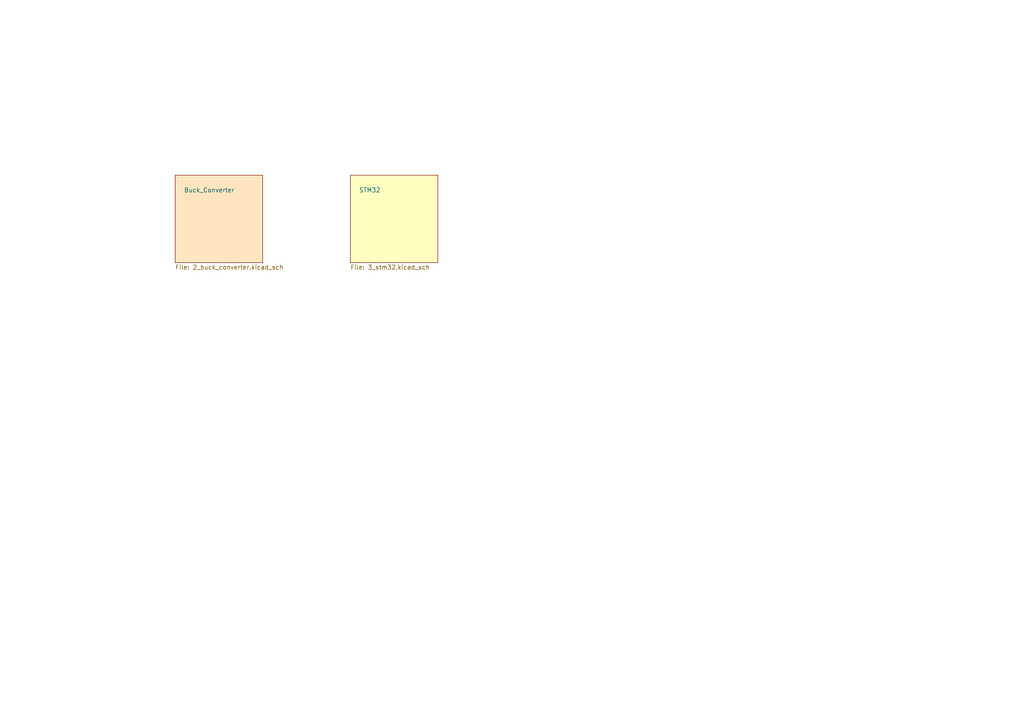
<source format=kicad_sch>
(kicad_sch (version 20211123) (generator eeschema)
  (paper "A4")
  (title_block (title "ChessClock") (rev "v0.1") (comment 1 "Chess Clock using a stm32 mcu") (comment 2 "Made by: Diego Sanz"))
  (lib_symbols)
  (sheet (at 50.8 50.8) (size 25.4 25.4) (stroke (width 0.1524)) (fill (color 255 229 191 1.0000))
    (property "Sheet name" "Buck_Converter" (at 53.34 55.88 0) (effects (justify left bottom)))
    (property "Sheet file" "2_buck_converter.kicad_sch" (at 50.8 76.7846 0) (effects (justify left top)))
  )
  (sheet (at 101.6 50.8) (size 25.4 25.4) (stroke (width 0.1524)) (fill (color 255 255 194 1.0000))
    (property "Sheet name" "STM32" (at 104.14 55.88 0) (effects (justify left bottom)))
    (property "Sheet file" "3_stm32.kicad_sch" (at 101.6 76.7846 0) (effects (justify left top)))
  )
)
</source>
